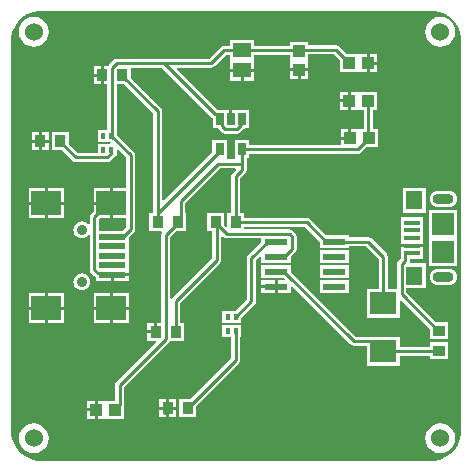
<source format=gtl>
G04*
G04 #@! TF.GenerationSoftware,Altium Limited,Altium Designer,19.1.5 (86)*
G04*
G04 Layer_Physical_Order=1*
G04 Layer_Color=255*
%FSLAX25Y25*%
%MOIN*%
G70*
G01*
G75*
%ADD13C,0.01000*%
%ADD15R,0.03937X0.03937*%
%ADD16R,0.07480X0.07480*%
%ADD17R,0.05512X0.06299*%
%ADD18R,0.05315X0.01575*%
%ADD19R,0.05906X0.05118*%
%ADD20R,0.07756X0.02244*%
%ADD21R,0.08858X0.07677*%
%ADD22R,0.03543X0.03937*%
%ADD23R,0.01575X0.01968*%
%ADD24R,0.09055X0.01968*%
%ADD25R,0.09843X0.07874*%
%ADD26R,0.03937X0.03937*%
%ADD27R,0.03937X0.03543*%
%ADD28R,0.02800X0.03900*%
%ADD47O,0.07087X0.03543*%
%ADD48C,0.01968*%
%ADD49C,0.03543*%
%ADD50C,0.06000*%
G36*
X142917Y149616D02*
X144737Y148862D01*
X146375Y147767D01*
X147767Y146375D01*
X148862Y144737D01*
X149616Y142917D01*
X150000Y140985D01*
Y140000D01*
Y10000D01*
Y9015D01*
X149616Y7083D01*
X148862Y5263D01*
X147767Y3625D01*
X146375Y2232D01*
X144737Y1138D01*
X142917Y384D01*
X140985Y0D01*
X9015D01*
X7083Y384D01*
X5263Y1138D01*
X3625Y2232D01*
X2232Y3625D01*
X1138Y5263D01*
X384Y7083D01*
X0Y9015D01*
Y10000D01*
Y140000D01*
Y140985D01*
X384Y142917D01*
X1138Y144737D01*
X2232Y146375D01*
X3625Y147767D01*
X5263Y148862D01*
X7083Y149616D01*
X9015Y150000D01*
X140985D01*
X142917Y149616D01*
D02*
G37*
%LPC*%
G36*
X143000Y147980D02*
X141711Y147810D01*
X140510Y147312D01*
X139479Y146521D01*
X138688Y145490D01*
X138190Y144289D01*
X138020Y143000D01*
X138190Y141711D01*
X138688Y140510D01*
X139479Y139479D01*
X140510Y138688D01*
X141711Y138190D01*
X143000Y138020D01*
X144289Y138190D01*
X145490Y138688D01*
X146521Y139479D01*
X147312Y140510D01*
X147810Y141711D01*
X147980Y143000D01*
X147810Y144289D01*
X147312Y145490D01*
X146521Y146521D01*
X145490Y147312D01*
X144289Y147810D01*
X143000Y147980D01*
D02*
G37*
G36*
X7500D02*
X6211Y147810D01*
X5010Y147312D01*
X3979Y146521D01*
X3187Y145490D01*
X2690Y144289D01*
X2520Y143000D01*
X2690Y141711D01*
X3187Y140510D01*
X3979Y139479D01*
X5010Y138688D01*
X6211Y138190D01*
X7500Y138020D01*
X8789Y138190D01*
X9990Y138688D01*
X11021Y139479D01*
X11812Y140510D01*
X12310Y141711D01*
X12480Y143000D01*
X12310Y144289D01*
X11812Y145490D01*
X11021Y146521D01*
X9990Y147312D01*
X8789Y147810D01*
X7500Y147980D01*
D02*
G37*
G36*
X119500Y135468D02*
Y133000D01*
X121968D01*
Y135468D01*
X119500D01*
D02*
G37*
G36*
X121968Y132000D02*
X119500D01*
Y129532D01*
X121968D01*
Y132000D01*
D02*
G37*
G36*
X80953Y140405D02*
X73047D01*
Y138376D01*
X71060D01*
X70474Y138259D01*
X69978Y137928D01*
X66080Y134029D01*
X35138D01*
X34553Y133913D01*
X34057Y133581D01*
X32497Y132022D01*
X32166Y131526D01*
X32154Y131468D01*
X30807D01*
Y128500D01*
Y125531D01*
X32049D01*
Y110346D01*
X28835D01*
Y106378D01*
X32937D01*
X33161Y106099D01*
X32950Y105622D01*
X28835D01*
Y102683D01*
X22130D01*
X19118Y105694D01*
Y107821D01*
X19148Y107968D01*
X19118Y108116D01*
Y109468D01*
X17766D01*
X17618Y109498D01*
X17470Y109468D01*
X13575D01*
Y103532D01*
X16955D01*
X20415Y100072D01*
X20911Y99741D01*
X21496Y99624D01*
X32031D01*
X32616Y99741D01*
X33112Y100072D01*
X34172Y101132D01*
X34503Y101628D01*
X34509Y101654D01*
X35165D01*
Y103562D01*
X35627Y103753D01*
X38234Y101146D01*
Y90795D01*
X33843D01*
Y85858D01*
Y80921D01*
X38234D01*
Y77755D01*
X37101Y76622D01*
X29238D01*
Y80575D01*
X29584Y80921D01*
X32842D01*
Y85358D01*
X27421D01*
Y83084D01*
X26627Y82290D01*
X26296Y81794D01*
X26179Y81209D01*
Y78883D01*
X25679Y78713D01*
X25477Y78977D01*
X24898Y79421D01*
X24224Y79700D01*
X23500Y79796D01*
X22776Y79700D01*
X22102Y79421D01*
X21523Y78977D01*
X21079Y78398D01*
X20800Y77724D01*
X20704Y77000D01*
X20800Y76276D01*
X21079Y75602D01*
X21523Y75023D01*
X22102Y74579D01*
X22776Y74300D01*
X23500Y74204D01*
X24224Y74300D01*
X24898Y74579D01*
X25477Y75023D01*
X25679Y75287D01*
X26179Y75117D01*
Y63583D01*
X26296Y62998D01*
X26627Y62502D01*
X27687Y61442D01*
X28183Y61111D01*
X28209Y61106D01*
Y60055D01*
X33236D01*
Y62039D01*
X33736D01*
Y62539D01*
X39264D01*
Y63205D01*
Y66354D01*
Y69504D01*
Y74459D01*
X40845Y76041D01*
X41177Y76537D01*
X41293Y77122D01*
Y101779D01*
X41177Y102365D01*
X40845Y102861D01*
X35165Y108541D01*
Y110346D01*
X35108D01*
Y125531D01*
X37609D01*
X47278Y115863D01*
Y82968D01*
X46971Y82468D01*
X46035D01*
Y76531D01*
X49915D01*
X50183Y76032D01*
X50087Y75888D01*
X49971Y75303D01*
Y45968D01*
X48654D01*
Y43000D01*
X48154D01*
Y42500D01*
X45382D01*
Y40031D01*
X48230D01*
X48422Y39570D01*
X35037Y26184D01*
X34705Y25688D01*
X34589Y25103D01*
Y19969D01*
X31819D01*
X31681Y19969D01*
X31319D01*
X31181Y19969D01*
X28850D01*
Y17000D01*
Y14031D01*
X31181D01*
X31319Y14031D01*
X31681D01*
X31819Y14031D01*
X37618D01*
Y18321D01*
X37648Y18469D01*
Y24470D01*
X52581Y39404D01*
X52913Y39900D01*
X52939Y40031D01*
X57618D01*
Y45968D01*
X56376D01*
Y52713D01*
X69581Y65919D01*
X69913Y66415D01*
X70029Y67000D01*
Y74611D01*
X70491Y74803D01*
X70753Y74541D01*
X71249Y74209D01*
X71835Y74093D01*
X83378D01*
Y73041D01*
X78940Y68603D01*
X78609Y68107D01*
X78492Y67522D01*
Y53836D01*
X74502Y49846D01*
X70335D01*
Y45878D01*
X76665D01*
Y47684D01*
X81103Y52121D01*
X81435Y52618D01*
X81551Y53203D01*
Y66888D01*
X82916Y68253D01*
X83378Y68062D01*
Y65878D01*
X93134D01*
Y67959D01*
X94715Y69541D01*
X95047Y70037D01*
X95163Y70622D01*
Y74743D01*
X95047Y75329D01*
X94715Y75825D01*
X93837Y76704D01*
X93340Y77035D01*
X92755Y77151D01*
X77618D01*
Y77971D01*
X97855D01*
X102866Y72959D01*
Y70878D01*
X112622D01*
Y71471D01*
X118367D01*
X122471Y67366D01*
Y57311D01*
X118571D01*
Y47634D01*
X129429D01*
Y53404D01*
X129891Y53596D01*
X139532Y43955D01*
Y40575D01*
X145468D01*
Y46118D01*
X141694D01*
X131628Y56185D01*
Y57528D01*
X138110D01*
Y65827D01*
X133113D01*
X132774Y66327D01*
X132840Y66661D01*
Y67370D01*
X137126D01*
Y69929D01*
Y71216D01*
X133468D01*
X129811D01*
Y69018D01*
X129782Y68870D01*
Y67294D01*
X129017Y66530D01*
X128685Y66033D01*
X128569Y65448D01*
Y57311D01*
X125529D01*
Y68000D01*
X125413Y68585D01*
X125081Y69081D01*
X120081Y74081D01*
X119585Y74413D01*
X119000Y74529D01*
X112622D01*
Y75122D01*
X105029D01*
X99570Y80581D01*
X99073Y80913D01*
X98488Y81029D01*
X77618D01*
Y82468D01*
X76376D01*
Y94213D01*
X78081Y95919D01*
X78413Y96415D01*
X78529Y97000D01*
Y100850D01*
X79350D01*
Y102271D01*
X115450D01*
X116035Y102387D01*
X116531Y102719D01*
X118344Y104532D01*
X122118D01*
Y110468D01*
X120529D01*
Y117032D01*
X121968D01*
Y122968D01*
X116169D01*
X116032Y122968D01*
X115669D01*
X115532Y122968D01*
X113201D01*
Y120000D01*
Y117032D01*
X115532D01*
X115669Y117032D01*
X116032D01*
X116169Y117032D01*
X117471D01*
Y110468D01*
X116319D01*
X116181Y110468D01*
Y110468D01*
X115819D01*
Y110468D01*
X113350D01*
Y107500D01*
X112850D01*
Y107000D01*
X109882D01*
Y105329D01*
X79350D01*
Y106750D01*
X74550D01*
Y100850D01*
X74183Y100529D01*
X72217D01*
X71850Y100850D01*
Y106750D01*
X67050D01*
Y103013D01*
X50798Y86761D01*
X50336Y86953D01*
Y116496D01*
X50220Y117081D01*
X49889Y117578D01*
X39772Y127694D01*
Y130971D01*
X50366D01*
X66969Y114369D01*
X67100Y114281D01*
Y111050D01*
X68846D01*
X68887Y110843D01*
X69219Y110347D01*
X70097Y109469D01*
X70593Y109137D01*
X71179Y109021D01*
X75221D01*
X75807Y109137D01*
X76303Y109469D01*
X77581Y110747D01*
X77784Y111050D01*
X79300D01*
Y116950D01*
X73700D01*
Y114000D01*
X72700D01*
Y116950D01*
X68748D01*
X68704Y116959D01*
X55154Y130509D01*
X55346Y130971D01*
X66713D01*
X67299Y131087D01*
X67795Y131419D01*
X71693Y135317D01*
X73047D01*
Y133287D01*
Y130654D01*
X80953D01*
Y133287D01*
Y135317D01*
X93032D01*
Y133819D01*
X93032Y133681D01*
Y133319D01*
X93032Y133181D01*
Y130850D01*
X98968D01*
Y133181D01*
X98968Y133319D01*
Y133681D01*
X98968Y133819D01*
Y135471D01*
X107567D01*
X109732Y133306D01*
Y129532D01*
X115532D01*
X115669Y129532D01*
X116032D01*
X116169Y129532D01*
X118500D01*
Y132500D01*
Y135468D01*
X116169D01*
X116032Y135468D01*
X115669D01*
X115532Y135468D01*
X111895D01*
X109282Y138081D01*
X108786Y138413D01*
X108201Y138529D01*
X98968D01*
Y139618D01*
X96306D01*
X96000Y139679D01*
X95694Y139618D01*
X93032D01*
Y138376D01*
X80953D01*
Y140405D01*
D02*
G37*
G36*
X29807Y131468D02*
X27535D01*
Y129000D01*
X29807D01*
Y131468D01*
D02*
G37*
G36*
X98968Y129850D02*
X96500D01*
Y127382D01*
X98968D01*
Y129850D01*
D02*
G37*
G36*
X95500D02*
X93032D01*
Y127382D01*
X95500D01*
Y129850D01*
D02*
G37*
G36*
X80953Y129654D02*
X77500D01*
Y126594D01*
X80953D01*
Y129654D01*
D02*
G37*
G36*
X76500D02*
X73047D01*
Y126594D01*
X76500D01*
Y129654D01*
D02*
G37*
G36*
X29807Y128000D02*
X27535D01*
Y125531D01*
X29807D01*
Y128000D01*
D02*
G37*
G36*
X112201Y122968D02*
X109732D01*
Y120500D01*
X112201D01*
Y122968D01*
D02*
G37*
G36*
Y119500D02*
X109732D01*
Y117032D01*
X112201D01*
Y119500D01*
D02*
G37*
G36*
X112350Y110468D02*
X109882D01*
Y108000D01*
X112350D01*
Y110468D01*
D02*
G37*
G36*
X12425Y109468D02*
X10153D01*
Y107000D01*
X12425D01*
Y109468D01*
D02*
G37*
G36*
X9154D02*
X6882D01*
Y107000D01*
X9154D01*
Y109468D01*
D02*
G37*
G36*
X12425Y106000D02*
X10153D01*
Y103532D01*
X12425D01*
Y106000D01*
D02*
G37*
G36*
X9154D02*
X6882D01*
Y103532D01*
X9154D01*
Y106000D01*
D02*
G37*
G36*
X29906Y90825D02*
X29758Y90795D01*
X27421D01*
Y86358D01*
X32842D01*
Y90795D01*
X30053D01*
X29906Y90825D01*
D02*
G37*
G36*
X17610Y90795D02*
X12189D01*
Y86358D01*
X17610D01*
Y90795D01*
D02*
G37*
G36*
X11189D02*
X5768D01*
Y86358D01*
X11189D01*
Y90795D01*
D02*
G37*
G36*
X145772Y90063D02*
X142228D01*
X141505Y89968D01*
X140831Y89689D01*
X140252Y89245D01*
X139807Y88665D01*
X139528Y87991D01*
X139433Y87268D01*
X139528Y86544D01*
X139807Y85870D01*
X140252Y85291D01*
X140831Y84847D01*
X141505Y84567D01*
X142228Y84472D01*
X145772D01*
X146495Y84567D01*
X147169Y84847D01*
X147748Y85291D01*
X148193Y85870D01*
X148472Y86544D01*
X148567Y87268D01*
X148472Y87991D01*
X148193Y88665D01*
X147748Y89245D01*
X147169Y89689D01*
X146495Y89968D01*
X145772Y90063D01*
D02*
G37*
G36*
X138110Y91024D02*
X130598D01*
Y82724D01*
X138110D01*
Y91024D01*
D02*
G37*
G36*
X17610Y85358D02*
X12189D01*
Y80921D01*
X17610D01*
Y85358D01*
D02*
G37*
G36*
X11189D02*
X5768D01*
Y80921D01*
X11189D01*
Y85358D01*
D02*
G37*
G36*
X137126Y81181D02*
X129811D01*
Y77606D01*
Y75047D01*
Y72488D01*
Y72216D01*
X133468D01*
X137126D01*
Y72488D01*
Y75047D01*
Y77606D01*
Y81181D01*
D02*
G37*
G36*
X112622Y70122D02*
X102866D01*
Y65878D01*
X112622D01*
Y70122D01*
D02*
G37*
G36*
X148740Y83740D02*
X139260D01*
Y74260D01*
Y64811D01*
X148740D01*
Y74260D01*
Y83740D01*
D02*
G37*
G36*
X112622Y65122D02*
X102866D01*
Y60878D01*
X112622D01*
Y65122D01*
D02*
G37*
G36*
X39264Y61539D02*
X34236D01*
Y60055D01*
X39264D01*
Y61539D01*
D02*
G37*
G36*
X87756Y60122D02*
X83378D01*
Y58500D01*
X87756D01*
Y60122D01*
D02*
G37*
G36*
X145772Y64079D02*
X142228D01*
X141505Y63984D01*
X140831Y63705D01*
X140252Y63260D01*
X139807Y62681D01*
X139528Y62007D01*
X139433Y61283D01*
X139528Y60560D01*
X139807Y59886D01*
X140252Y59307D01*
X140831Y58862D01*
X141505Y58583D01*
X142228Y58488D01*
X145772D01*
X146495Y58583D01*
X147169Y58862D01*
X147748Y59307D01*
X148193Y59886D01*
X148472Y60560D01*
X148567Y61283D01*
X148472Y62007D01*
X148193Y62681D01*
X147748Y63260D01*
X147169Y63705D01*
X146495Y63984D01*
X145772Y64079D01*
D02*
G37*
G36*
X23500Y62473D02*
X22776Y62378D01*
X22102Y62098D01*
X21523Y61654D01*
X21079Y61075D01*
X20800Y60401D01*
X20704Y59677D01*
X20800Y58954D01*
X21079Y58279D01*
X21523Y57700D01*
X22102Y57256D01*
X22776Y56977D01*
X23500Y56882D01*
X24224Y56977D01*
X24898Y57256D01*
X25477Y57700D01*
X25921Y58279D01*
X26200Y58954D01*
X26296Y59677D01*
X26200Y60401D01*
X25921Y61075D01*
X25477Y61654D01*
X24898Y62098D01*
X24224Y62378D01*
X23500Y62473D01*
D02*
G37*
G36*
X112622Y60122D02*
X102866D01*
Y55878D01*
X112622D01*
Y60122D01*
D02*
G37*
G36*
X87756Y57500D02*
X83378D01*
Y55878D01*
X87756D01*
Y57500D01*
D02*
G37*
G36*
X39264Y55756D02*
X33843D01*
Y51319D01*
X39264D01*
Y55756D01*
D02*
G37*
G36*
X32842D02*
X27421D01*
Y51319D01*
X32842D01*
Y55756D01*
D02*
G37*
G36*
X17610D02*
X12189D01*
Y51319D01*
X17610D01*
Y55756D01*
D02*
G37*
G36*
X11189D02*
X5768D01*
Y51319D01*
X11189D01*
Y55756D01*
D02*
G37*
G36*
X39264Y50319D02*
X33843D01*
Y45882D01*
X39264D01*
Y50319D01*
D02*
G37*
G36*
X32842D02*
X27421D01*
Y45882D01*
X32842D01*
Y50319D01*
D02*
G37*
G36*
X17610D02*
X12189D01*
Y45882D01*
X17610D01*
Y50319D01*
D02*
G37*
G36*
X11189D02*
X5768D01*
Y45882D01*
X11189D01*
Y50319D01*
D02*
G37*
G36*
X47654Y45968D02*
X45382D01*
Y43500D01*
X47654D01*
Y45968D01*
D02*
G37*
G36*
X93134Y65122D02*
X83378D01*
Y60878D01*
X90906D01*
X91129Y60599D01*
X90919Y60122D01*
X88756D01*
Y58000D01*
Y55878D01*
X93134D01*
Y58062D01*
X93596Y58253D01*
X113064Y38785D01*
X113560Y38453D01*
X114146Y38337D01*
X118571D01*
Y31689D01*
X129429D01*
Y34998D01*
X139532D01*
Y33882D01*
X145468D01*
Y39425D01*
X139532D01*
Y38057D01*
X129429D01*
Y41366D01*
X120809D01*
X120661Y41396D01*
X114779D01*
X93134Y63041D01*
Y65122D01*
D02*
G37*
G36*
X54925Y20469D02*
X52653D01*
Y18000D01*
X54925D01*
Y20469D01*
D02*
G37*
G36*
X51653D02*
X49382D01*
Y18000D01*
X51653D01*
Y20469D01*
D02*
G37*
G36*
X27850Y19969D02*
X25382D01*
Y17500D01*
X27850D01*
Y19969D01*
D02*
G37*
G36*
X76665Y45122D02*
X70335D01*
Y41154D01*
X73349D01*
Y34362D01*
X59455Y20469D01*
X56075D01*
Y14532D01*
X61618D01*
Y18306D01*
X75959Y32647D01*
X76291Y33143D01*
X76407Y33728D01*
Y41154D01*
X76665D01*
Y45122D01*
D02*
G37*
G36*
X54925Y17000D02*
X52653D01*
Y14532D01*
X54925D01*
Y17000D01*
D02*
G37*
G36*
X51653D02*
X49382D01*
Y16179D01*
X49352Y16032D01*
X49382Y15884D01*
Y14532D01*
X50734D01*
X50882Y14502D01*
X51030Y14532D01*
X51653D01*
Y17000D01*
D02*
G37*
G36*
X27850Y16500D02*
X25382D01*
Y14031D01*
X27850D01*
Y16500D01*
D02*
G37*
G36*
X143000Y12480D02*
X141711Y12310D01*
X140510Y11812D01*
X139479Y11021D01*
X138688Y9990D01*
X138190Y8789D01*
X138020Y7500D01*
X138190Y6211D01*
X138688Y5010D01*
X139479Y3979D01*
X140510Y3187D01*
X141711Y2690D01*
X143000Y2520D01*
X144289Y2690D01*
X145490Y3187D01*
X146521Y3979D01*
X147312Y5010D01*
X147810Y6211D01*
X147980Y7500D01*
X147810Y8789D01*
X147312Y9990D01*
X146521Y11021D01*
X145490Y11812D01*
X144289Y12310D01*
X143000Y12480D01*
D02*
G37*
G36*
X7500D02*
X6211Y12310D01*
X5010Y11812D01*
X3979Y11021D01*
X3187Y9990D01*
X2690Y8789D01*
X2520Y7500D01*
X2690Y6211D01*
X3187Y5010D01*
X3979Y3979D01*
X5010Y3187D01*
X6211Y2690D01*
X7500Y2520D01*
X8789Y2690D01*
X9990Y3187D01*
X11021Y3979D01*
X11812Y5010D01*
X12310Y6211D01*
X12480Y7500D01*
X12310Y8789D01*
X11812Y9990D01*
X11021Y11021D01*
X9990Y11812D01*
X8789Y12310D01*
X7500Y12480D01*
D02*
G37*
%LPD*%
G36*
X74846Y97009D02*
X73765Y95928D01*
X73434Y95432D01*
X73317Y94846D01*
Y82468D01*
X72075D01*
Y78198D01*
X71613Y78007D01*
X70925Y78694D01*
Y82468D01*
X65382D01*
Y76531D01*
X66971D01*
Y67633D01*
X53765Y54428D01*
X53529Y54075D01*
X53029Y54227D01*
Y74670D01*
X54891Y76531D01*
X58272D01*
Y82468D01*
X58029D01*
Y85866D01*
X69634Y97471D01*
X74654D01*
X74846Y97009D01*
D02*
G37*
D13*
X66713Y132500D02*
X71060Y136846D01*
X77000D01*
X96000Y138150D02*
X97150Y137000D01*
X108201D02*
X112701Y132500D01*
X97150Y137000D02*
X108201D01*
X77000Y136846D02*
X95697D01*
X48807Y82607D02*
X69450Y103250D01*
X48807Y79500D02*
Y82607D01*
X69450Y103250D02*
Y103800D01*
X133468Y71716D02*
X133740Y71445D01*
X142303Y43347D02*
X142500D01*
X130098Y55551D02*
X142303Y43347D01*
X130098Y55551D02*
Y65448D01*
X131311Y66661D01*
Y68870D01*
X131598Y69157D01*
X133468D01*
Y71716D02*
X133740Y71988D01*
X51000Y132500D02*
X66713D01*
X68600Y115450D02*
X69500Y114550D01*
X35138Y132500D02*
X51000D01*
X33579Y108563D02*
Y130940D01*
X35138Y132500D01*
X51000D02*
X68050Y115450D01*
X77000Y99000D02*
Y103750D01*
Y97000D02*
Y99000D01*
X69000D02*
X77000D01*
X56500Y86500D02*
X69000Y99000D01*
X56500Y80500D02*
Y86500D01*
X55500Y79500D02*
X56500Y80500D01*
X68050Y115450D02*
X68600D01*
X69500Y114000D02*
Y114550D01*
X33378Y108362D02*
X33579Y108563D01*
X48807Y82968D02*
Y116496D01*
X37000Y128303D02*
X48807Y116496D01*
X37000Y128303D02*
Y128500D01*
X107744Y73000D02*
X119000D01*
X124000Y68000D01*
Y52472D02*
Y68000D01*
X88256Y58000D02*
X91012D01*
X88256Y63000D02*
X91012D01*
X114146Y39866D01*
X120661D01*
X124000Y36528D01*
X142374D02*
X142500Y36654D01*
X124000Y36528D02*
X142374D01*
X68500Y78957D02*
X71835Y75622D01*
X68500Y78957D02*
Y79154D01*
Y67000D02*
Y78957D01*
X68154Y79500D02*
X68500Y79154D01*
X54847Y53347D02*
X68500Y67000D01*
X54847Y43000D02*
Y53347D01*
X76950Y103250D02*
Y103800D01*
X77000Y103750D01*
X74847Y94846D02*
X77000Y97000D01*
X74847Y79500D02*
Y94846D01*
Y79500D02*
X98488D01*
X104988Y73000D01*
X107744D01*
X71835Y75622D02*
X92755D01*
X93634Y74743D01*
Y70622D02*
Y74743D01*
X91012Y68000D02*
X93634Y70622D01*
X88256Y68000D02*
X91012D01*
X85500Y73000D02*
X88256D01*
X80022Y67522D02*
X85500Y73000D01*
X80022Y53203D02*
Y67522D01*
X74878Y48059D02*
X80022Y53203D01*
X74878Y47862D02*
Y48059D01*
X11000Y50130D02*
X11689Y50819D01*
X58846Y17697D02*
X74878Y33728D01*
X58846Y17500D02*
Y17697D01*
X74878Y33728D02*
Y43138D01*
X48154Y42803D02*
Y43000D01*
X51500Y40485D02*
Y75303D01*
X36118Y25103D02*
X51500Y40485D01*
X50882Y16032D02*
X52153Y17303D01*
Y17500D01*
X51500Y75303D02*
X55500Y79303D01*
Y79500D01*
X36118Y18469D02*
Y25103D01*
X34650Y17000D02*
X36118Y18469D01*
X11689Y50819D02*
X12673D01*
X32358Y85858D02*
X33342D01*
X27709Y81209D02*
X32358Y85858D01*
X27709Y63583D02*
Y81209D01*
Y63583D02*
X28768Y62524D01*
X33252D01*
X33736Y62039D01*
X33342Y61646D02*
X33736Y62039D01*
X115450Y103800D02*
X119150Y107500D01*
X76950Y103800D02*
X115450D01*
X76500Y111829D02*
Y112000D01*
X75221Y110550D02*
X76500Y111829D01*
X71179Y110550D02*
X75221D01*
X70300Y111429D02*
X71179Y110550D01*
X70300Y111429D02*
Y113200D01*
X69500Y114000D02*
X70300Y113200D01*
X16346Y106303D02*
Y106500D01*
Y106303D02*
X21496Y101154D01*
X32031D01*
X33091Y102213D01*
Y103350D01*
X33378Y103638D01*
X37279Y74638D02*
X39764Y77122D01*
X35508Y74638D02*
X37279D01*
X39764Y77122D02*
Y101779D01*
X33378Y108165D02*
X39764Y101779D01*
X33378Y108165D02*
Y108362D01*
Y103638D02*
Y103835D01*
X16346Y106697D02*
X17618Y107968D01*
X16346Y106500D02*
Y106697D01*
X29906Y89295D02*
X33342Y85858D01*
X9653Y106303D02*
Y106500D01*
X119000Y107650D02*
X119150Y107500D01*
X119000Y107650D02*
Y120000D01*
D15*
X34650Y17000D02*
D03*
X28350D02*
D03*
X119000Y132500D02*
D03*
X112701D02*
D03*
X119000Y120000D02*
D03*
X112701D02*
D03*
X119150Y107500D02*
D03*
X112850D02*
D03*
D16*
X144000Y79000D02*
D03*
Y69551D02*
D03*
D17*
X134354Y86874D02*
D03*
Y61677D02*
D03*
D18*
X133468Y79394D02*
D03*
Y76835D02*
D03*
Y74276D02*
D03*
Y71716D02*
D03*
Y69157D02*
D03*
D19*
X77000Y130154D02*
D03*
Y136846D02*
D03*
D20*
X88256Y73000D02*
D03*
Y68000D02*
D03*
Y63000D02*
D03*
Y58000D02*
D03*
X107744D02*
D03*
Y63000D02*
D03*
Y68000D02*
D03*
Y73000D02*
D03*
D21*
X124000Y36528D02*
D03*
Y52472D02*
D03*
D22*
X16346Y106500D02*
D03*
X9653D02*
D03*
X74847Y79500D02*
D03*
X68154D02*
D03*
X55500D02*
D03*
X48807D02*
D03*
X54847Y43000D02*
D03*
X48154D02*
D03*
X58846Y17500D02*
D03*
X52153D02*
D03*
X37000Y128500D02*
D03*
X30307D02*
D03*
D23*
X33378Y108362D02*
D03*
X30622D02*
D03*
Y103638D02*
D03*
X33378D02*
D03*
X72122Y43138D02*
D03*
X74878D02*
D03*
Y47862D02*
D03*
X72122D02*
D03*
D24*
X33736Y68339D02*
D03*
Y71488D02*
D03*
Y74638D02*
D03*
Y65189D02*
D03*
Y62039D02*
D03*
D25*
X11689Y85858D02*
D03*
X33342D02*
D03*
Y50819D02*
D03*
X11689D02*
D03*
D26*
X96000Y136650D02*
D03*
Y130350D02*
D03*
D27*
X142500Y43347D02*
D03*
Y36654D02*
D03*
D28*
X76950Y103800D02*
D03*
X69450D02*
D03*
X69500Y114000D02*
D03*
X73200D02*
D03*
X76900D02*
D03*
D47*
X144000Y87268D02*
D03*
Y61283D02*
D03*
D48*
Y87268D02*
D03*
Y61283D02*
D03*
D49*
X23500Y77000D02*
D03*
Y59677D02*
D03*
D50*
X7500Y7500D02*
D03*
Y143000D02*
D03*
X143000D02*
D03*
Y7500D02*
D03*
M02*

</source>
